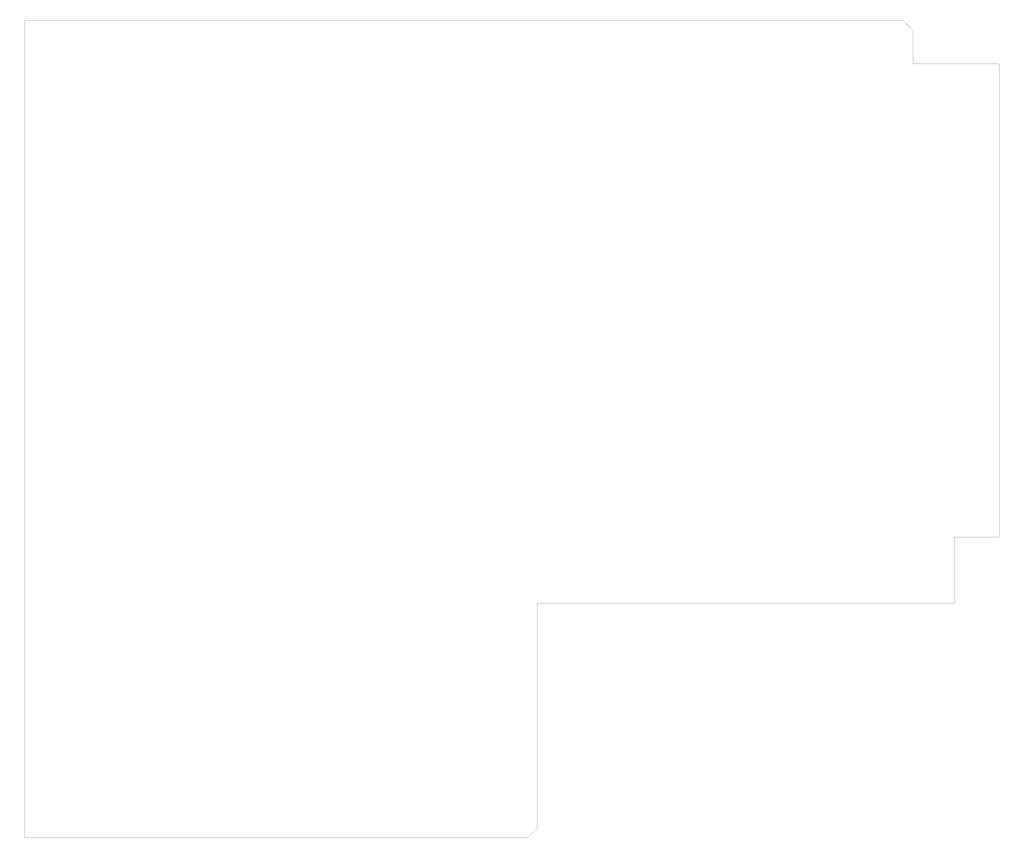
<source format=gbr>
%TF.GenerationSoftware,KiCad,Pcbnew,8.0.2*%
%TF.CreationDate,2024-05-24T22:49:43+02:00*%
%TF.ProjectId,Extender_72pin,45787465-6e64-4657-925f-373270696e2e,rev?*%
%TF.SameCoordinates,Original*%
%TF.FileFunction,Profile,NP*%
%FSLAX46Y46*%
G04 Gerber Fmt 4.6, Leading zero omitted, Abs format (unit mm)*
G04 Created by KiCad (PCBNEW 8.0.2) date 2024-05-24 22:49:43*
%MOMM*%
%LPD*%
G01*
G04 APERTURE LIST*
%TA.AperFunction,Profile*%
%ADD10C,0.050000*%
%TD*%
G04 APERTURE END LIST*
D10*
X207090000Y-277400000D02*
X52500000Y-277400000D01*
X210090000Y-205300000D02*
X210090000Y-274400000D01*
X338390000Y-205300000D02*
X210090000Y-205300000D01*
X338390000Y-185000000D02*
X338390000Y-205300000D01*
X342890000Y-185000000D02*
X338390000Y-185000000D01*
X210090000Y-274400000D02*
X207090000Y-277400000D01*
X322590000Y-26100000D02*
X52500000Y-26100000D01*
X342890000Y-39400000D02*
X325590000Y-39400000D01*
X325590000Y-29100000D02*
X325590000Y-39400000D01*
X325590000Y-29100000D02*
X322590000Y-26100000D01*
X52500000Y-26100000D02*
X52500000Y-277400000D01*
%TO.C,J1*%
X351690000Y-185000000D02*
X342890000Y-185000000D01*
X352190000Y-184500000D02*
X351690000Y-185000000D01*
X352190000Y-182800000D02*
X352190000Y-184500000D01*
X352190000Y-128050000D02*
X352190000Y-182800000D01*
X352190000Y-128030000D02*
X352190000Y-128050000D01*
X352190000Y-128030000D02*
X352190000Y-73280000D01*
X352190000Y-71780000D02*
X352190000Y-73280000D01*
X352190000Y-39900000D02*
X352190000Y-71780000D01*
X351690000Y-39400000D02*
X352190000Y-39900000D01*
X351690000Y-39400000D02*
X342890000Y-39400000D01*
%TD*%
M02*

</source>
